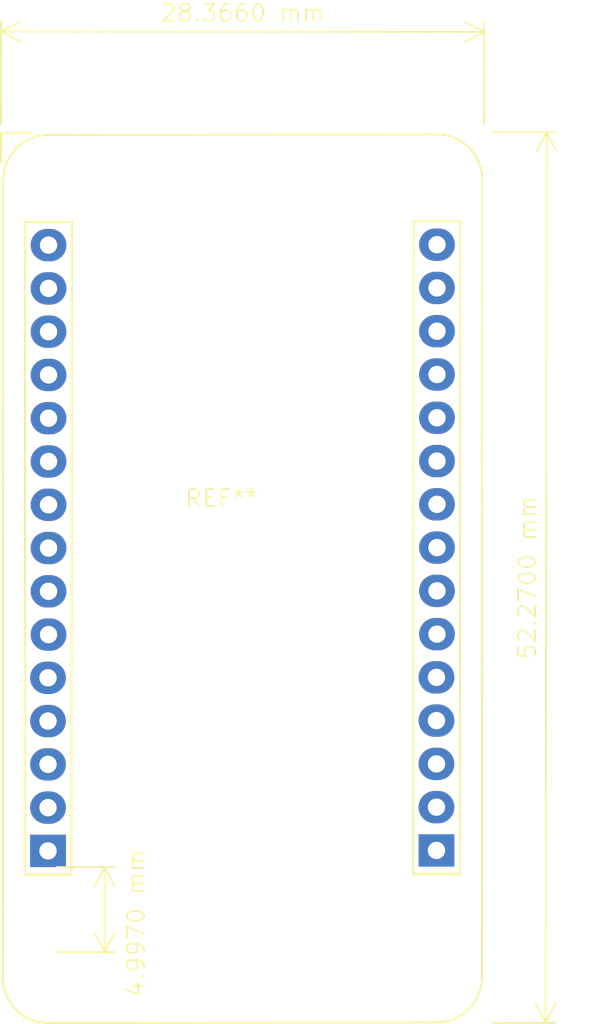
<source format=kicad_pcb>
(kicad_pcb (version 20221018) (generator pcbnew)
  (layers (0 "F.Cu" signal) (31 "B.Cu" signal) (34 "B.Paste" user) (35 "F.Paste" user) (36 "B.SilkS" user "B.Silkscreen") (37 "F.SilkS" user "F.Silkscreen") (38 "B.Mask" user) (39 "F.Mask" user) (44 "Edge.Cuts" user))
  (net 0 "")
  (footprint "PCB_design:ESP32_MODULE" (layer "F.Cu") (at 30.48 43.18)
    (fp_text reference "REF**" (at 0 -0.5 unlocked) (layer "F.SilkS") (effects (font (thickness 0.1))))
    (fp_text value "ESP32_MODULE")
    (fp_line (start -12.946 -21.963) (end -11.196 -21.963) (stroke (width 0.12)) (layer "F.SilkS"))
    (fp_line (start -12.946 -20.213) (end -12.946 -21.963) (stroke (width 0.12)) (layer "F.SilkS"))
    (fp_line (start -12.816 -19.173) (end -12.836 27.627) (stroke (width 0.12)) (layer "F.SilkS"))
    (fp_line (start -11.557 21.563) (end -8.817 21.563) (stroke (width 0.12)) (layer "F.SilkS"))
    (fp_line (start -11.557 21.59) (end -8.817 21.59) (stroke (width 0.12)) (layer "F.SilkS"))
    (fp_line (start -11.557 21.59) (end -8.817 21.59) (stroke (width 0.12)) (layer "F.SilkS"))
    (fp_line (start -11.526 -16.733) (end -11.557 21.59) (stroke (width 0.12)) (layer "F.SilkS"))
    (fp_line (start -10.156 -21.833) (end 12.65 -21.86) (stroke (width 0.12)) (layer "F.SilkS"))
    (fp_line (start -8.817 21.59) (end -8.786 -16.733) (stroke (width 0.12)) (layer "F.SilkS"))
    (fp_line (start -8.786 -16.733) (end -11.526 -16.733) (stroke (width 0.12)) (layer "F.SilkS"))
    (fp_line (start -8.786 -16.733) (end -11.526 -16.733) (stroke (width 0.12)) (layer "F.SilkS"))
    (fp_line (start 11.249 21.536) (end 13.989 21.536) (stroke (width 0.12)) (layer "F.SilkS"))
    (fp_line (start 11.249 21.563) (end 13.989 21.563) (stroke (width 0.12)) (layer "F.SilkS"))
    (fp_line (start 11.249 21.563) (end 13.989 21.563) (stroke (width 0.12)) (layer "F.SilkS"))
    (fp_line (start 11.28 -16.76) (end 11.249 21.563) (stroke (width 0.12)) (layer "F.SilkS"))
    (fp_line (start 12.63 30.26) (end -10.176 30.287) (stroke (width 0.12)) (layer "F.SilkS"))
    (fp_line (start 13.989 21.563) (end 14.02 -16.76) (stroke (width 0.12)) (layer "F.SilkS"))
    (fp_line (start 14.02 -16.76) (end 11.28 -16.76) (stroke (width 0.12)) (layer "F.SilkS"))
    (fp_line (start 15.31 -19.2) (end 15.29 27.6) (stroke (width 0.12)) (layer "F.SilkS"))
    (fp_arc (start -12.816 -19.173) (mid -12.036904 -21.053904) (end -10.156 -21.833) (stroke (width 0.12)) (layer "F.SilkS"))
    (fp_arc (start -10.176 30.287) (mid -12.056904 29.507904) (end -12.836 27.627) (stroke (width 0.12)) (layer "F.SilkS"))
    (fp_arc (start 12.65 -21.86) (mid 14.530904 -21.080904) (end 15.31 -19.2) (stroke (width 0.12)) (layer "F.SilkS"))
    (fp_arc (start 15.29 27.6) (mid 14.510904 29.480904) (end 12.63 30.26) (stroke (width 0.12)) (layer "F.SilkS"))
    (dimension (type aligned) (layer "F.SilkS") (pts (xy 20.293 64.323) (xy 20.293 69.32)) (height -3.327) (gr_text "4,9970 mm" (at 25.46 67.62 90) (layer "F.SilkS") (effects (font (size 1 1) (thickness 0.1)))) (format (prefix "") (suffix "") (units 3) (units_format 1) (precision 4)) (style (thickness 0.1) (arrow_length 1.27) (text_position_mode 2) (extension_height 0.58642) (extension_offset 0.5) keep_text_aligned))
    (dimension (type aligned) (layer "F.SilkS") (pts (xy 17.534 21.217) (xy 45.9 21.24)) (height -5.938619) (gr_text "28,3660 mm" (at 31.722707 14.189883 359.9535429) (layer "F.SilkS") (effects (font (size 1 1) (thickness 0.1)))) (format (prefix "") (suffix "") (units 3) (units_format 1) (precision 4)) (style (thickness 0.1) (arrow_length 1.27) (text_position_mode 0) (extension_height 0.58642) (extension_offset 0.5) keep_text_aligned))
    (dimension (type aligned) (layer "F.SilkS") (pts (xy 45.92 21.19) (xy 45.85 73.46)) (height -3.650786) (gr_text "52,2700 mm" (at 48.435784 47.328416 89.92326952) (layer "F.SilkS") (effects (font (size 1 1) (thickness 0.1)))) (format (prefix "") (suffix "") (units 3) (units_format 1) (precision 4)) (style (thickness 0.1) (arrow_length 1.27) (text_position_mode 0) (extension_height 0.58642) (extension_offset 0.5) keep_text_aligned))
    (pad "" np_thru_hole circle (at -10.187 27.59 180) (size 2.9 2.9) (drill 2.9) (layers "*.Cu" "*.Mask"))
    (pad "" np_thru_hole circle (at -10.156 -19.173) (size 2.9 2.9) (drill 2.9) (layers "*.Cu" "*.Mask"))
    (pad "" np_thru_hole circle (at 12.62 27.52 180) (size 2.9 2.9) (drill 2.9) (layers "*.Cu" "*.Mask"))
    (pad "" np_thru_hole circle (at 12.65 -19.2) (size 2.9 2.9) (drill 2.9) (layers "*.Cu" "*.Mask"))
    (pad "1" thru_hole rect (at -10.187 20.193 180) (size 2.1 1.9) (drill 1.02) (layers "*.Cu" "*.Mask"))
    (pad "2" thru_hole oval (at -10.187 17.653 180) (size 2.1 1.9) (drill 1.02) (layers "*.Cu" "*.Mask"))
    (pad "3" thru_hole oval (at -10.187 15.113 180) (size 2.1 1.9) (drill 1.02) (layers "*.Cu" "*.Mask"))
    (pad "4" thru_hole oval (at -10.187 12.573 180) (size 2.1 1.9) (drill 1.02) (layers "*.Cu" "*.Mask"))
    (pad "5" thru_hole oval (at -10.187 10.033 180) (size 2.1 1.9) (drill 1.02) (layers "*.Cu" "*.Mask"))
    (pad "6" thru_hole oval (at -10.156 7.497) (size 2.1 1.9) (drill 1.02) (layers "*.Cu" "*.Mask"))
    (pad "7" thru_hole oval (at -10.156 4.957) (size 2.1 1.9) (drill 1.02) (layers "*.Cu" "*.Mask"))
    (pad "8" thru_hole oval (at -10.156 2.417) (size 2.1 1.9) (drill 1.02) (layers "*.Cu" "*.Mask"))
    (pad "9" thru_hole oval (at -10.156 -0.123) (size 2.1 1.9) (drill 1.02) (layers "*.Cu" "*.Mask"))
    (pad "10" thru_hole oval (at -10.156 -2.663) (size 2.1 1.9) (drill 1.02) (layers "*.Cu" "*.Mask"))
    (pad "11" thru_hole oval (at -10.156 -5.203) (size 2.1 1.9) (drill 1.02) (layers "*.Cu" "*.Mask"))
    (pad "12" thru_hole oval (at -10.156 -7.743) (size 2.1 1.9) (drill 1.02) (layers "*.Cu" "*.Mask"))
    (pad "13" thru_hole oval (at -10.156 -10.283) (size 2.1 1.9) (drill 1.02) (layers "*.Cu" "*.Mask"))
    (pad "14" thru_hole oval (at -10.156 -12.823) (size 2.1 1.9) (drill 1.02) (layers "*.Cu" "*.Mask"))
    (pad "15" thru_hole oval (at -10.156 -15.363) (size 2.1 1.9) (drill 1.02) (layers "*.Cu" "*.Mask"))
    (pad "16" thru_hole oval (at 12.65 -15.39) (size 2.1 1.9) (drill 1.02) (layers "*.Cu" "*.Mask"))
    (pad "17" thru_hole oval (at 12.65 -12.85) (size 2.1 1.9) (drill 1.02) (layers "*.Cu" "*.Mask"))
    (pad "18" thru_hole oval (at 12.65 -10.31) (size 2.1 1.9) (drill 1.02) (layers "*.Cu" "*.Mask"))
    (pad "19" thru_hole oval (at 12.65 -7.77) (size 2.1 1.9) (drill 1.02) (layers "*.Cu" "*.Mask"))
    (pad "20" thru_hole oval (at 12.65 -5.23) (size 2.1 1.9) (drill 1.02) (layers "*.Cu" "*.Mask"))
    (pad "21" thru_hole oval (at 12.65 -2.69) (size 2.1 1.9) (drill 1.02) (layers "*.Cu" "*.Mask"))
    (pad "22" thru_hole oval (at 12.65 -0.15) (size 2.1 1.9) (drill 1.02) (layers "*.Cu" "*.Mask"))
    (pad "23" thru_hole oval (at 12.65 2.39) (size 2.1 1.9) (drill 1.02) (layers "*.Cu" "*.Mask"))
    (pad "24" thru_hole oval (at 12.65 4.93) (size 2.1 1.9) (drill 1.02) (layers "*.Cu" "*.Mask"))
    (pad "25" thru_hole oval (at 12.65 7.47) (size 2.1 1.9) (drill 1.02) (layers "*.Cu" "*.Mask"))
    (pad "26" thru_hole oval (at 12.619 10.006 180) (size 2.1 1.9) (drill 1.02) (layers "*.Cu" "*.Mask"))
    (pad "27" thru_hole oval (at 12.619 12.546 180) (size 2.1 1.9) (drill 1.02) (layers "*.Cu" "*.Mask"))
    (pad "28" thru_hole oval (at 12.619 15.086 180) (size 2.1 1.9) (drill 1.02) (layers "*.Cu" "*.Mask"))
    (pad "29" thru_hole oval (at 12.619 17.626 180) (size 2.1 1.9) (drill 1.02) (layers "*.Cu" "*.Mask"))
    (pad "30" thru_hole rect (at 12.619 20.166 180) (size 2.1 1.9) (drill 1.02) (layers "*.Cu" "*.Mask"))
  )
)
</source>
